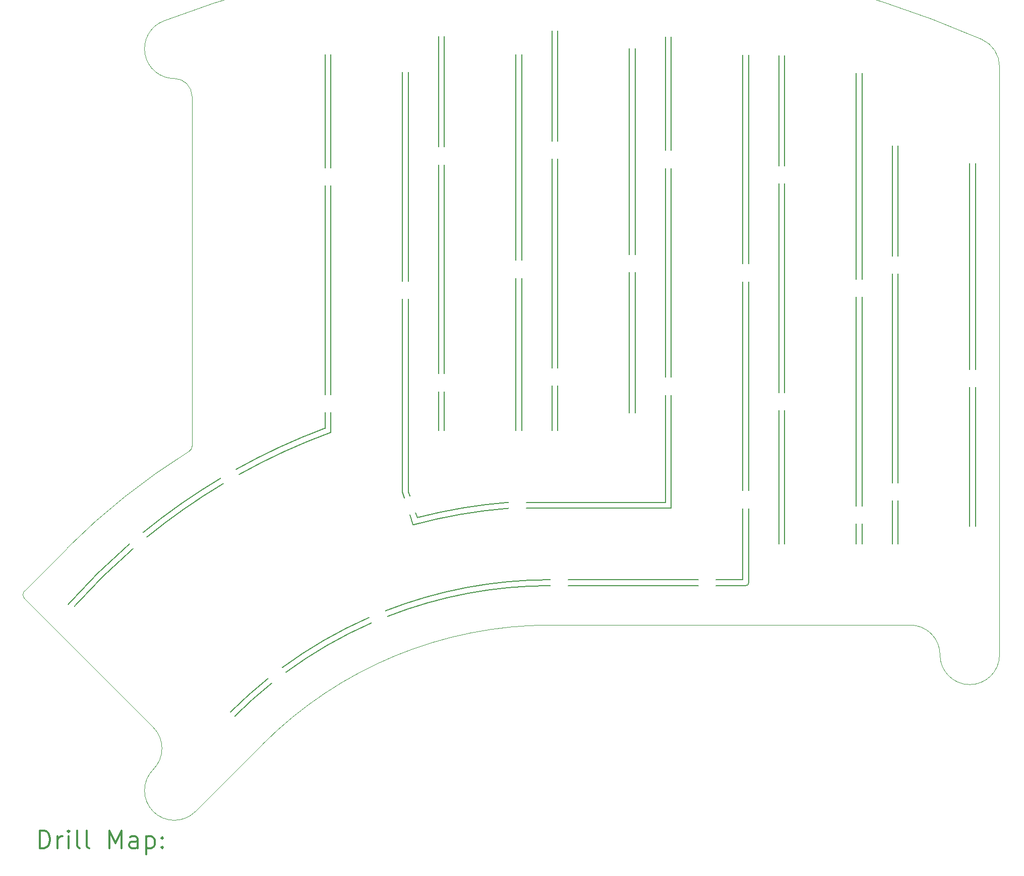
<source format=gbr>
%FSLAX45Y45*%
G04 Gerber Fmt 4.5, Leading zero omitted, Abs format (unit mm)*
G04 Created by KiCad (PCBNEW 5.1.12-84ad8e8a86~92~ubuntu20.04.1) date 2021-11-15 00:08:25*
%MOMM*%
%LPD*%
G01*
G04 APERTURE LIST*
%TA.AperFunction,Profile*%
%ADD10C,0.150000*%
%TD*%
%TA.AperFunction,Profile*%
%ADD11C,0.120000*%
%TD*%
%TA.AperFunction,Profile*%
%ADD12C,0.100000*%
%TD*%
%ADD13C,0.200000*%
%ADD14C,0.300000*%
G04 APERTURE END LIST*
D10*
X10948880Y-10645653D02*
G75*
G02*
X12495000Y-9936310I5227158J-9353707D01*
G01*
X12495000Y-9601000D02*
X12495000Y-9936310D01*
X9404119Y-11695542D02*
G75*
G02*
X10689135Y-10795764I6771920J-8303818D01*
G01*
X8186937Y-12858873D02*
X8191494Y-12862945D01*
X8186937Y-12858873D02*
G75*
G02*
X9174305Y-11888378I7989101J-7140487D01*
G01*
X8085428Y-12827590D02*
X8082908Y-12825356D01*
X8082907Y-12825356D02*
G75*
G02*
X9110026Y-11811774I8093131J-7174004D01*
G01*
X9339840Y-11618937D02*
G75*
G02*
X10639135Y-10709161I6836198J-8380423D01*
G01*
X10882035Y-14704959D02*
X10880713Y-14703636D01*
X10811325Y-14634248D02*
X10810017Y-14632940D01*
X13449876Y-13025939D02*
X13449278Y-13024410D01*
X13411601Y-12933533D02*
X13411010Y-12932022D01*
X13821559Y-11319106D02*
X13873552Y-11490171D01*
X13873552Y-11490171D02*
G75*
G02*
X15476000Y-11212000I2302486J-8509189D01*
G01*
X13411601Y-12933533D02*
G75*
G02*
X16176000Y-12412000I2764437J-7065827D01*
G01*
X10810017Y-14632940D02*
G75*
G02*
X11438058Y-14071106I5366022J-5366420D01*
G01*
X11676064Y-13888477D02*
G75*
G02*
X13133846Y-13046827I4499974J-6110883D01*
G01*
X11736940Y-13967813D02*
G75*
G02*
X13172114Y-13139215I4439098J-6031547D01*
G01*
X16476000Y-12412000D02*
X18660000Y-12412000D01*
X10880713Y-14703636D02*
G75*
G02*
X11498934Y-14150441I5295325J-5295724D01*
G01*
X13723889Y-11035451D02*
X13695000Y-10934236D01*
X13695000Y-7696000D02*
X13695000Y-10934236D01*
X13916111Y-11286549D02*
X13944459Y-11368296D01*
X13795000Y-7696000D02*
X13795000Y-10934236D01*
X13695000Y-7396000D02*
X13695000Y-3886000D01*
X13795000Y-3886000D02*
X13795000Y-7396000D01*
X12495000Y-5491000D02*
X12495000Y-3586000D01*
X12495000Y-9301000D02*
X12495000Y-5791000D01*
X12395000Y-9601000D02*
X12395000Y-9866650D01*
X12395000Y-5791000D02*
X12395000Y-9301000D01*
X12395000Y-3586000D02*
X12395000Y-5491000D01*
X18210000Y-9309000D02*
X18210000Y-11212000D01*
X15776000Y-11212000D02*
X18210000Y-11212000D01*
X19410000Y-11214000D02*
X19410000Y-12412000D01*
X18960000Y-12412000D02*
X19410000Y-12412000D01*
X18960000Y-12512000D02*
X19460000Y-12512000D01*
X18210000Y-5199000D02*
X18210000Y-3294000D01*
X18210000Y-9009000D02*
X18210000Y-5499000D01*
X18110000Y-9309000D02*
X18110000Y-11112000D01*
X18110000Y-5499000D02*
X18110000Y-9009000D01*
X18110000Y-3294000D02*
X18110000Y-5199000D01*
X19410000Y-7104000D02*
X19410000Y-3594000D01*
X19410000Y-10914000D02*
X19410000Y-7404000D01*
X19510000Y-11214000D02*
X19510000Y-12462000D01*
X19510000Y-7404000D02*
X19510000Y-10914000D01*
X19510000Y-3594000D02*
X19510000Y-7104000D01*
X15700000Y-7346000D02*
X15700000Y-9905000D01*
X15700000Y-3586000D02*
X15700000Y-7046000D01*
X15600000Y-7046000D02*
X15600000Y-3586000D01*
X15600000Y-9905000D02*
X15600000Y-7346000D01*
X14400000Y-9251000D02*
X14400000Y-9905000D01*
X14400000Y-5441000D02*
X14400000Y-8951000D01*
X14400000Y-3286000D02*
X14400000Y-5141000D01*
X14300000Y-5141000D02*
X14300000Y-3286000D01*
X14300000Y-8951000D02*
X14300000Y-5441000D01*
X14300000Y-9905000D02*
X14300000Y-9251000D01*
X17505000Y-6950000D02*
X17505000Y-3490000D01*
X17505000Y-9607000D02*
X17505000Y-7250000D01*
X17605000Y-7250000D02*
X17605000Y-9607000D01*
X17605000Y-3490000D02*
X17605000Y-6950000D01*
X16305000Y-3190000D02*
X16305000Y-5045000D01*
X16205000Y-5045000D02*
X16205000Y-3190000D01*
X16305000Y-5345000D02*
X16305000Y-8855000D01*
X16205000Y-8855000D02*
X16205000Y-5345000D01*
X16305000Y-9155000D02*
X16305000Y-9907000D01*
X16205000Y-9907000D02*
X16205000Y-9155000D01*
X21315000Y-7662000D02*
X21315000Y-11172000D01*
X21315000Y-3902000D02*
X21315000Y-7362000D01*
X21415000Y-7362000D02*
X21415000Y-3902000D01*
X21415000Y-11172000D02*
X21415000Y-7662000D01*
X21415000Y-11812000D02*
X21415000Y-11472000D01*
X21315000Y-11812000D02*
X21315000Y-11472000D01*
X20115000Y-9567000D02*
X20115000Y-11812000D01*
X20115000Y-5757000D02*
X20115000Y-9267000D01*
X20115000Y-3602000D02*
X20115000Y-5457000D01*
X20015000Y-5457000D02*
X20015000Y-3602000D01*
X20015000Y-9267000D02*
X20015000Y-5757000D01*
X20015000Y-11812000D02*
X20015000Y-9567000D01*
X23220000Y-11512000D02*
X23220000Y-9180000D01*
X23320000Y-8880000D02*
X23320000Y-5420000D01*
X23320000Y-11512000D02*
X23320000Y-9180000D01*
X21920000Y-11085000D02*
X21920000Y-11812000D01*
X21920000Y-7275000D02*
X21920000Y-10785000D01*
X21920000Y-5120000D02*
X21920000Y-6975000D01*
X22020000Y-6975000D02*
X22020000Y-5120000D01*
X22020000Y-10785000D02*
X22020000Y-7275000D01*
X22020000Y-11812000D02*
X22020000Y-11085000D01*
X23220000Y-5420000D02*
X23220000Y-8880000D01*
X13795000Y-10934236D02*
X13818441Y-11002894D01*
X10898875Y-10559042D02*
G75*
G02*
X12395000Y-9866650I5277163J-9440318D01*
G01*
X15776000Y-11112000D02*
X18110000Y-11112000D01*
X19510000Y-12462000D02*
G75*
G02*
X19460000Y-12512000I-50000J0D01*
G01*
X13944459Y-11368296D02*
G75*
G02*
X15476000Y-11112000I2231579J-8631064D01*
G01*
X16476000Y-12512000D02*
X18660000Y-12512000D01*
X13449876Y-13025939D02*
G75*
G02*
X16176000Y-12512000I2726162J-6973421D01*
G01*
D11*
X7352485Y-12734402D02*
G75*
G02*
X7352485Y-12592980I70711J70711D01*
G01*
D12*
X9510337Y-14892253D02*
G75*
G02*
X9510337Y-15599360I-353553J-353553D01*
G01*
X10217443Y-16306467D02*
G75*
G02*
X9510337Y-15599360I-353553J353553D01*
G01*
X9864130Y-3993217D02*
G75*
G02*
X10161490Y-4290577I0J-297360D01*
G01*
X9864130Y-3993217D02*
G75*
G02*
X9685297Y-3026200I-240J500000D01*
G01*
X22222038Y-13174000D02*
G75*
G02*
X22722038Y-13674000I0J-500000D01*
G01*
X23722038Y-13674000D02*
G75*
G02*
X22722038Y-13674000I-500000J0D01*
G01*
X10161490Y-10169693D02*
G75*
G02*
X10114309Y-10254577I-100000J29D01*
G01*
X10161490Y-4290577D02*
X10161490Y-10169693D01*
X23421413Y-3334354D02*
G75*
G02*
X23722038Y-3792884I-199375J-458530D01*
G01*
X9685297Y-3026200D02*
G75*
G02*
X23421413Y-3334354I6490741J-16973160D01*
G01*
X8061271Y-11884194D02*
G75*
G02*
X10114309Y-10254577I8114767J-8115166D01*
G01*
X7352485Y-12592980D02*
X8061271Y-11884194D01*
X9510337Y-14892253D02*
X7352485Y-12734402D01*
X11350034Y-15173356D02*
X10217443Y-16306467D01*
X11350034Y-15173356D02*
G75*
G02*
X16176038Y-13174360I4826004J-4826004D01*
G01*
X16176038Y-13174360D02*
X22222038Y-13174000D01*
X23722038Y-3792884D02*
X23722038Y-13674000D01*
D13*
D14*
X7603624Y-16923628D02*
X7603624Y-16623628D01*
X7675052Y-16623628D01*
X7717910Y-16637914D01*
X7746481Y-16666485D01*
X7760767Y-16695057D01*
X7775052Y-16752199D01*
X7775052Y-16795057D01*
X7760767Y-16852200D01*
X7746481Y-16880771D01*
X7717910Y-16909342D01*
X7675052Y-16923628D01*
X7603624Y-16923628D01*
X7903624Y-16923628D02*
X7903624Y-16723628D01*
X7903624Y-16780771D02*
X7917910Y-16752199D01*
X7932195Y-16737914D01*
X7960767Y-16723628D01*
X7989338Y-16723628D01*
X8089338Y-16923628D02*
X8089338Y-16723628D01*
X8089338Y-16623628D02*
X8075052Y-16637914D01*
X8089338Y-16652199D01*
X8103624Y-16637914D01*
X8089338Y-16623628D01*
X8089338Y-16652199D01*
X8275052Y-16923628D02*
X8246481Y-16909342D01*
X8232195Y-16880771D01*
X8232195Y-16623628D01*
X8432195Y-16923628D02*
X8403624Y-16909342D01*
X8389338Y-16880771D01*
X8389338Y-16623628D01*
X8775053Y-16923628D02*
X8775053Y-16623628D01*
X8875053Y-16837914D01*
X8975053Y-16623628D01*
X8975053Y-16923628D01*
X9246481Y-16923628D02*
X9246481Y-16766485D01*
X9232195Y-16737914D01*
X9203624Y-16723628D01*
X9146481Y-16723628D01*
X9117910Y-16737914D01*
X9246481Y-16909342D02*
X9217910Y-16923628D01*
X9146481Y-16923628D01*
X9117910Y-16909342D01*
X9103624Y-16880771D01*
X9103624Y-16852200D01*
X9117910Y-16823628D01*
X9146481Y-16809342D01*
X9217910Y-16809342D01*
X9246481Y-16795057D01*
X9389338Y-16723628D02*
X9389338Y-17023628D01*
X9389338Y-16737914D02*
X9417910Y-16723628D01*
X9475053Y-16723628D01*
X9503624Y-16737914D01*
X9517910Y-16752199D01*
X9532195Y-16780771D01*
X9532195Y-16866485D01*
X9517910Y-16895057D01*
X9503624Y-16909342D01*
X9475053Y-16923628D01*
X9417910Y-16923628D01*
X9389338Y-16909342D01*
X9660767Y-16895057D02*
X9675053Y-16909342D01*
X9660767Y-16923628D01*
X9646481Y-16909342D01*
X9660767Y-16895057D01*
X9660767Y-16923628D01*
X9660767Y-16737914D02*
X9675053Y-16752199D01*
X9660767Y-16766485D01*
X9646481Y-16752199D01*
X9660767Y-16737914D01*
X9660767Y-16766485D01*
M02*

</source>
